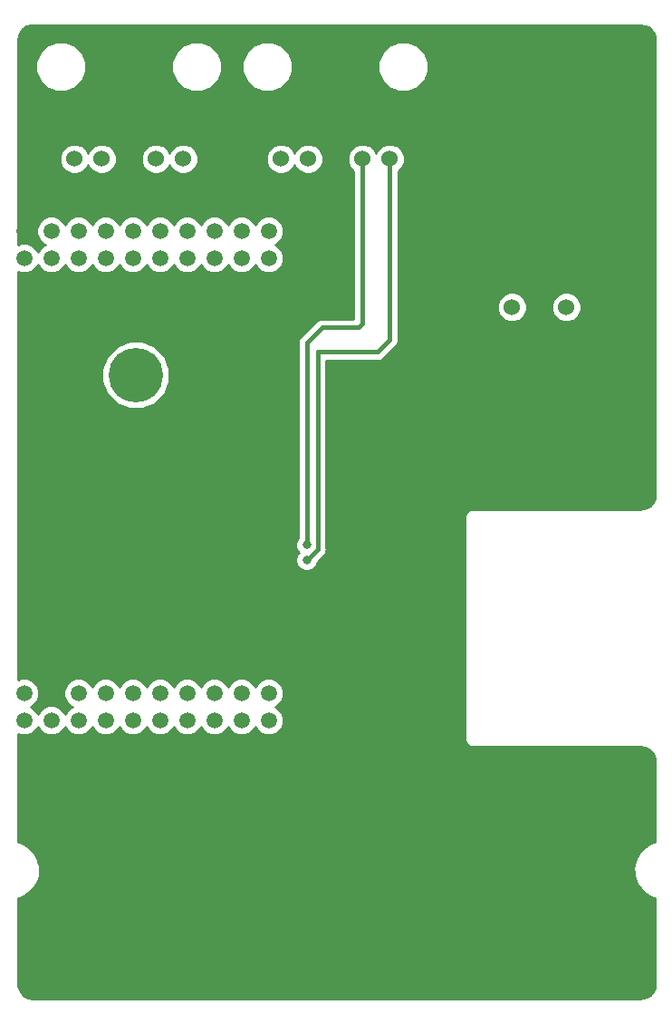
<source format=gbr>
G04 #@! TF.GenerationSoftware,KiCad,Pcbnew,(5.0.0)*
G04 #@! TF.CreationDate,2018-09-29T15:52:18-05:00*
G04 #@! TF.ProjectId,Driveboard_Hardware,4472697665626F6172645F4861726477,rev?*
G04 #@! TF.SameCoordinates,Original*
G04 #@! TF.FileFunction,Copper,L2,Bot,Signal*
G04 #@! TF.FilePolarity,Positive*
%FSLAX46Y46*%
G04 Gerber Fmt 4.6, Leading zero omitted, Abs format (unit mm)*
G04 Created by KiCad (PCBNEW (5.0.0)) date 09/29/18 15:52:18*
%MOMM*%
%LPD*%
G01*
G04 APERTURE LIST*
G04 #@! TA.AperFunction,ComponentPad*
%ADD10C,5.080000*%
G04 #@! TD*
G04 #@! TA.AperFunction,ComponentPad*
%ADD11C,1.524000*%
G04 #@! TD*
G04 #@! TA.AperFunction,ComponentPad*
%ADD12C,1.520000*%
G04 #@! TD*
G04 #@! TA.AperFunction,ViaPad*
%ADD13C,0.800000*%
G04 #@! TD*
G04 #@! TA.AperFunction,Conductor*
%ADD14C,0.381000*%
G04 #@! TD*
G04 #@! TA.AperFunction,Conductor*
%ADD15C,0.254000*%
G04 #@! TD*
G04 APERTURE END LIST*
D10*
G04 #@! TO.P,Conn1,1*
G04 #@! TO.N,GND*
X84353400Y-93727000D03*
G04 #@! TO.P,Conn1,2*
G04 #@! TO.N,/+12V*
X84353400Y-85726000D03*
G04 #@! TD*
D11*
G04 #@! TO.P,Conn2,1*
G04 #@! TO.N,Net-(Conn2-Pad1)*
X78613000Y-65532000D03*
G04 #@! TO.P,Conn2,2*
G04 #@! TO.N,Net-(Conn2-Pad2)*
X81153000Y-65532000D03*
G04 #@! TO.P,Conn2,3*
G04 #@! TO.N,GND*
X83693000Y-65532000D03*
G04 #@! TO.P,Conn2,4*
G04 #@! TO.N,TX_1_SL*
X86233000Y-65532000D03*
G04 #@! TO.P,Conn2,5*
G04 #@! TO.N,RX_1_SL*
X88773000Y-65532000D03*
G04 #@! TD*
G04 #@! TO.P,Conn3,5*
G04 #@! TO.N,RX_2_SL*
X108077000Y-65532000D03*
G04 #@! TO.P,Conn3,4*
G04 #@! TO.N,TX_2_SL*
X105537000Y-65532000D03*
G04 #@! TO.P,Conn3,3*
G04 #@! TO.N,GND*
X102997000Y-65532000D03*
G04 #@! TO.P,Conn3,2*
G04 #@! TO.N,Net-(Conn3-Pad2)*
X100457000Y-65532000D03*
G04 #@! TO.P,Conn3,1*
G04 #@! TO.N,Net-(Conn3-Pad1)*
X97917000Y-65532000D03*
G04 #@! TD*
D12*
G04 #@! TO.P,U1,+3V3*
G04 #@! TO.N,Net-(U1-Pad+3V3)*
X73914000Y-117983000D03*
G04 #@! TO.P,U1,PM6*
G04 #@! TO.N,Net-(U1-PadPM6)*
X96774000Y-72263000D03*
G04 #@! TO.P,U1,PQ1*
G04 #@! TO.N,Net-(U1-PadPQ1)*
X94234000Y-72263000D03*
G04 #@! TO.P,U1,PQ2*
G04 #@! TO.N,Net-(U1-PadPQ2)*
X86614000Y-72263000D03*
G04 #@! TO.P,U1,PK0*
G04 #@! TO.N,RX_2_IC*
X84074000Y-115443000D03*
G04 #@! TO.P,U1,PQ3*
G04 #@! TO.N,Net-(U1-PadPQ3)*
X89154000Y-72263000D03*
G04 #@! TO.P,U1,PP3*
G04 #@! TO.N,Net-(U1-PadPP3)*
X91694000Y-72263000D03*
G04 #@! TO.P,U1,PQ0*
G04 #@! TO.N,Net-(U1-PadPQ0)*
X89154000Y-117983000D03*
G04 #@! TO.P,U1,PA4*
G04 #@! TO.N,Net-(U1-PadPA4)*
X94234000Y-115443000D03*
G04 #@! TO.P,U1,Rese*
G04 #@! TO.N,Net-(U1-PadRese)*
X84074000Y-72263000D03*
G04 #@! TO.P,U1,PA7*
G04 #@! TO.N,Net-(U1-PadPA7)*
X81534000Y-72263000D03*
G04 #@! TO.P,U1,PN5*
G04 #@! TO.N,Net-(U1-PadPN5)*
X94234000Y-117983000D03*
G04 #@! TO.P,U1,PK2*
G04 #@! TO.N,Net-(U1-PadPK2)*
X89154000Y-115443000D03*
G04 #@! TO.P,U1,PK1*
G04 #@! TO.N,TX_2_IC*
X86614000Y-115443000D03*
G04 #@! TO.P,U1,+5V*
G04 #@! TO.N,+5V*
X73914000Y-115443000D03*
G04 #@! TO.P,U1,GND*
G04 #@! TO.N,GND*
X76454000Y-115443000D03*
G04 #@! TO.P,U1,PB4*
G04 #@! TO.N,Net-(U1-PadPB4)*
X78994000Y-115443000D03*
G04 #@! TO.P,U1,PB5*
G04 #@! TO.N,Net-(U1-PadPB5)*
X81534000Y-115443000D03*
G04 #@! TO.P,U1,PK3*
G04 #@! TO.N,Net-(U1-PadPK3)*
X91694000Y-115443000D03*
G04 #@! TO.P,U1,PA5*
G04 #@! TO.N,Net-(U1-PadPA5)*
X96774000Y-115443000D03*
G04 #@! TO.P,U1,PD2*
G04 #@! TO.N,Net-(U1-PadPD2)*
X76454000Y-117983000D03*
G04 #@! TO.P,U1,PP0*
G04 #@! TO.N,RX_1_IC*
X78994000Y-117983000D03*
G04 #@! TO.P,U1,PP1*
G04 #@! TO.N,TX_1_IC*
X81534000Y-117983000D03*
G04 #@! TO.P,U1,PD4*
G04 #@! TO.N,Net-(U1-PadPD4)*
X84074000Y-117983000D03*
G04 #@! TO.P,U1,PD5*
G04 #@! TO.N,Net-(U1-PadPD5)*
X86614000Y-117983000D03*
G04 #@! TO.P,U1,PP4*
G04 #@! TO.N,Net-(U1-PadPP4)*
X91694000Y-117983000D03*
G04 #@! TO.P,U1,PN4*
G04 #@! TO.N,Net-(U1-PadPN4)*
X96774000Y-117983000D03*
G04 #@! TO.P,U1,PG1*
G04 #@! TO.N,Net-(U1-PadPG1)*
X73914000Y-74803000D03*
G04 #@! TO.P,U1,PK4*
G04 #@! TO.N,Net-(U1-PadPK4)*
X76454000Y-74803000D03*
G04 #@! TO.P,U1,PK5*
G04 #@! TO.N,Net-(U1-PadPK5)*
X78994000Y-74803000D03*
G04 #@! TO.P,U1,PM0*
G04 #@! TO.N,Net-(U1-PadPM0)*
X81534000Y-74803000D03*
G04 #@! TO.P,U1,PM1*
G04 #@! TO.N,Net-(U1-PadPM1)*
X84074000Y-74803000D03*
G04 #@! TO.P,U1,PM2*
G04 #@! TO.N,Net-(U1-PadPM2)*
X86614000Y-74803000D03*
G04 #@! TO.P,U1,PH0*
G04 #@! TO.N,Net-(U1-PadPH0)*
X89154000Y-74803000D03*
G04 #@! TO.P,U1,PH1*
G04 #@! TO.N,Net-(U1-PadPH1)*
X91694000Y-74803000D03*
G04 #@! TO.P,U1,PK6*
G04 #@! TO.N,Net-(U1-PadPK6)*
X94234000Y-74803000D03*
G04 #@! TO.P,U1,PK7*
G04 #@! TO.N,Net-(U1-PadPK7)*
X96774000Y-74803000D03*
G04 #@! TO.P,U1,GND*
G04 #@! TO.N,GND*
X73914000Y-72263000D03*
G04 #@! TO.P,U1,PM7*
G04 #@! TO.N,Net-(U1-PadPM7)*
X76454000Y-72263000D03*
G04 #@! TO.P,U1,PP5*
G04 #@! TO.N,Net-(U1-PadPP5)*
X78994000Y-72263000D03*
G04 #@! TD*
D11*
G04 #@! TO.P,U3,1*
G04 #@! TO.N,/+12V*
X119507000Y-79375000D03*
G04 #@! TO.P,U3,2*
G04 #@! TO.N,GND*
X122047000Y-79375000D03*
G04 #@! TO.P,U3,3*
G04 #@! TO.N,+5V*
X124587000Y-79375000D03*
G04 #@! TD*
D13*
G04 #@! TO.N,GND*
X109670315Y-94742000D03*
X98806000Y-104140000D03*
X98806000Y-92075000D03*
G04 #@! TO.N,RX_2_SL*
X100330000Y-102997000D03*
G04 #@! TO.N,TX_2_SL*
X100330000Y-101600000D03*
G04 #@! TD*
D14*
G04 #@! TO.N,RX_2_SL*
X108077000Y-65532000D02*
X108077000Y-82423000D01*
X106934000Y-83566000D02*
X101346000Y-83566000D01*
X108077000Y-82423000D02*
X106934000Y-83566000D01*
X101346000Y-101981000D02*
X100330000Y-102997000D01*
X101346000Y-83566000D02*
X101346000Y-101981000D01*
G04 #@! TO.N,TX_2_SL*
X105537000Y-80899000D02*
X105156000Y-81280000D01*
X105537000Y-65532000D02*
X105537000Y-80899000D01*
X105156000Y-81280000D02*
X101759959Y-81280000D01*
X100330000Y-82709959D02*
X100330000Y-101600000D01*
X101759959Y-81280000D02*
X100330000Y-82709959D01*
G04 #@! TD*
D15*
G04 #@! TO.N,GND*
G36*
X131941009Y-53094090D02*
X132280352Y-53248381D01*
X132562752Y-53491712D01*
X132765506Y-53804523D01*
X132879348Y-54185184D01*
X132894000Y-54382350D01*
X132894001Y-96850412D01*
X132833910Y-97270009D01*
X132679619Y-97609352D01*
X132436288Y-97891752D01*
X132123479Y-98094506D01*
X131742815Y-98208348D01*
X131545649Y-98223000D01*
X115893925Y-98223000D01*
X115824000Y-98209091D01*
X115754074Y-98223000D01*
X115546972Y-98264195D01*
X115312119Y-98421119D01*
X115155195Y-98655972D01*
X115100091Y-98933000D01*
X115114000Y-99002926D01*
X115114001Y-114865070D01*
X115114000Y-114865075D01*
X115114001Y-119691069D01*
X115100091Y-119761000D01*
X115155195Y-120038028D01*
X115312119Y-120272881D01*
X115546972Y-120429805D01*
X115754074Y-120471000D01*
X115754075Y-120471000D01*
X115824000Y-120484909D01*
X115893926Y-120471000D01*
X131521419Y-120471000D01*
X131941009Y-120531090D01*
X132280352Y-120685381D01*
X132562752Y-120928712D01*
X132765506Y-121241523D01*
X132879348Y-121622184D01*
X132894000Y-121819350D01*
X132894001Y-129310281D01*
X132808491Y-129336423D01*
X132716033Y-129363460D01*
X132708159Y-129367098D01*
X132186644Y-129611948D01*
X132106075Y-129664872D01*
X132024927Y-129716768D01*
X132018390Y-129722470D01*
X131586558Y-130103851D01*
X131524096Y-130177244D01*
X131460760Y-130249847D01*
X131456087Y-130257154D01*
X131148654Y-130744407D01*
X131109298Y-130832387D01*
X131068889Y-130919840D01*
X131066457Y-130928160D01*
X131066454Y-130928166D01*
X131066453Y-130928173D01*
X130908134Y-131482118D01*
X130895056Y-131577586D01*
X130880813Y-131672890D01*
X130880813Y-131681564D01*
X130884333Y-132257687D01*
X130898588Y-132353068D01*
X130911654Y-132448455D01*
X130914088Y-132456781D01*
X131079164Y-133008758D01*
X131119591Y-133096250D01*
X131158930Y-133184194D01*
X131163603Y-133191501D01*
X131476966Y-133674961D01*
X131540328Y-133747594D01*
X131602763Y-133820955D01*
X131609296Y-133826654D01*
X131609300Y-133826658D01*
X131609305Y-133826661D01*
X132045759Y-134202734D01*
X132126942Y-134254653D01*
X132207475Y-134307554D01*
X132215346Y-134311190D01*
X132215349Y-134311192D01*
X132215352Y-134311193D01*
X132739817Y-134549653D01*
X132832309Y-134576700D01*
X132894000Y-134595561D01*
X132894001Y-142570412D01*
X132833910Y-142990009D01*
X132679619Y-143329352D01*
X132436288Y-143611752D01*
X132123479Y-143814506D01*
X131742815Y-143928348D01*
X131545649Y-143943000D01*
X74726581Y-143943000D01*
X74306991Y-143882910D01*
X73967648Y-143728619D01*
X73685248Y-143485288D01*
X73482494Y-143172479D01*
X73368652Y-142791815D01*
X73354000Y-142594649D01*
X73354000Y-134595719D01*
X73439509Y-134569577D01*
X73531967Y-134542540D01*
X73539841Y-134538902D01*
X74061356Y-134294052D01*
X74141925Y-134241128D01*
X74223073Y-134189232D01*
X74229610Y-134183530D01*
X74661442Y-133802149D01*
X74723887Y-133728776D01*
X74787240Y-133656153D01*
X74791913Y-133648846D01*
X75099346Y-133161593D01*
X75138687Y-133073645D01*
X75179111Y-132986160D01*
X75181545Y-132977835D01*
X75339866Y-132423882D01*
X75352943Y-132328421D01*
X75367187Y-132233111D01*
X75367187Y-132224436D01*
X75363667Y-131648313D01*
X75349414Y-131552943D01*
X75336346Y-131457544D01*
X75333912Y-131449219D01*
X75168836Y-130897241D01*
X75128418Y-130809769D01*
X75089071Y-130721806D01*
X75084397Y-130714499D01*
X74771034Y-130231040D01*
X74707707Y-130158447D01*
X74645237Y-130085045D01*
X74638700Y-130079343D01*
X74202241Y-129703266D01*
X74121058Y-129651347D01*
X74040525Y-129598446D01*
X74032654Y-129594810D01*
X74032651Y-129594808D01*
X74032648Y-129594807D01*
X73508183Y-129356347D01*
X73415691Y-129329300D01*
X73354000Y-129310439D01*
X73354000Y-119260978D01*
X73636517Y-119378000D01*
X74191483Y-119378000D01*
X74704204Y-119165624D01*
X75096624Y-118773204D01*
X75184000Y-118562260D01*
X75271376Y-118773204D01*
X75663796Y-119165624D01*
X76176517Y-119378000D01*
X76731483Y-119378000D01*
X77244204Y-119165624D01*
X77636624Y-118773204D01*
X77724000Y-118562260D01*
X77811376Y-118773204D01*
X78203796Y-119165624D01*
X78716517Y-119378000D01*
X79271483Y-119378000D01*
X79784204Y-119165624D01*
X80176624Y-118773204D01*
X80264000Y-118562260D01*
X80351376Y-118773204D01*
X80743796Y-119165624D01*
X81256517Y-119378000D01*
X81811483Y-119378000D01*
X82324204Y-119165624D01*
X82716624Y-118773204D01*
X82804000Y-118562260D01*
X82891376Y-118773204D01*
X83283796Y-119165624D01*
X83796517Y-119378000D01*
X84351483Y-119378000D01*
X84864204Y-119165624D01*
X85256624Y-118773204D01*
X85344000Y-118562260D01*
X85431376Y-118773204D01*
X85823796Y-119165624D01*
X86336517Y-119378000D01*
X86891483Y-119378000D01*
X87404204Y-119165624D01*
X87796624Y-118773204D01*
X87884000Y-118562260D01*
X87971376Y-118773204D01*
X88363796Y-119165624D01*
X88876517Y-119378000D01*
X89431483Y-119378000D01*
X89944204Y-119165624D01*
X90336624Y-118773204D01*
X90424000Y-118562260D01*
X90511376Y-118773204D01*
X90903796Y-119165624D01*
X91416517Y-119378000D01*
X91971483Y-119378000D01*
X92484204Y-119165624D01*
X92876624Y-118773204D01*
X92964000Y-118562260D01*
X93051376Y-118773204D01*
X93443796Y-119165624D01*
X93956517Y-119378000D01*
X94511483Y-119378000D01*
X95024204Y-119165624D01*
X95416624Y-118773204D01*
X95504000Y-118562260D01*
X95591376Y-118773204D01*
X95983796Y-119165624D01*
X96496517Y-119378000D01*
X97051483Y-119378000D01*
X97564204Y-119165624D01*
X97956624Y-118773204D01*
X98169000Y-118260483D01*
X98169000Y-117705517D01*
X97956624Y-117192796D01*
X97564204Y-116800376D01*
X97353260Y-116713000D01*
X97564204Y-116625624D01*
X97956624Y-116233204D01*
X98169000Y-115720483D01*
X98169000Y-115165517D01*
X97956624Y-114652796D01*
X97564204Y-114260376D01*
X97051483Y-114048000D01*
X96496517Y-114048000D01*
X95983796Y-114260376D01*
X95591376Y-114652796D01*
X95504000Y-114863740D01*
X95416624Y-114652796D01*
X95024204Y-114260376D01*
X94511483Y-114048000D01*
X93956517Y-114048000D01*
X93443796Y-114260376D01*
X93051376Y-114652796D01*
X92964000Y-114863740D01*
X92876624Y-114652796D01*
X92484204Y-114260376D01*
X91971483Y-114048000D01*
X91416517Y-114048000D01*
X90903796Y-114260376D01*
X90511376Y-114652796D01*
X90424000Y-114863740D01*
X90336624Y-114652796D01*
X89944204Y-114260376D01*
X89431483Y-114048000D01*
X88876517Y-114048000D01*
X88363796Y-114260376D01*
X87971376Y-114652796D01*
X87884000Y-114863740D01*
X87796624Y-114652796D01*
X87404204Y-114260376D01*
X86891483Y-114048000D01*
X86336517Y-114048000D01*
X85823796Y-114260376D01*
X85431376Y-114652796D01*
X85344000Y-114863740D01*
X85256624Y-114652796D01*
X84864204Y-114260376D01*
X84351483Y-114048000D01*
X83796517Y-114048000D01*
X83283796Y-114260376D01*
X82891376Y-114652796D01*
X82804000Y-114863740D01*
X82716624Y-114652796D01*
X82324204Y-114260376D01*
X81811483Y-114048000D01*
X81256517Y-114048000D01*
X80743796Y-114260376D01*
X80351376Y-114652796D01*
X80264000Y-114863740D01*
X80176624Y-114652796D01*
X79784204Y-114260376D01*
X79271483Y-114048000D01*
X78716517Y-114048000D01*
X78203796Y-114260376D01*
X77811376Y-114652796D01*
X77599000Y-115165517D01*
X77599000Y-115720483D01*
X77811376Y-116233204D01*
X78203796Y-116625624D01*
X78414740Y-116713000D01*
X78203796Y-116800376D01*
X77811376Y-117192796D01*
X77724000Y-117403740D01*
X77636624Y-117192796D01*
X77244204Y-116800376D01*
X76731483Y-116588000D01*
X76176517Y-116588000D01*
X75663796Y-116800376D01*
X75271376Y-117192796D01*
X75184000Y-117403740D01*
X75096624Y-117192796D01*
X74704204Y-116800376D01*
X74493260Y-116713000D01*
X74704204Y-116625624D01*
X75096624Y-116233204D01*
X75309000Y-115720483D01*
X75309000Y-115165517D01*
X75096624Y-114652796D01*
X74704204Y-114260376D01*
X74191483Y-114048000D01*
X73636517Y-114048000D01*
X73354000Y-114165022D01*
X73354000Y-101394126D01*
X99295000Y-101394126D01*
X99295000Y-101805874D01*
X99452569Y-102186280D01*
X99564789Y-102298500D01*
X99452569Y-102410720D01*
X99295000Y-102791126D01*
X99295000Y-103202874D01*
X99452569Y-103583280D01*
X99743720Y-103874431D01*
X100124126Y-104032000D01*
X100535874Y-104032000D01*
X100916280Y-103874431D01*
X101207431Y-103583280D01*
X101365000Y-103202874D01*
X101365000Y-103129432D01*
X101872226Y-102622207D01*
X101941152Y-102576152D01*
X102123604Y-102303094D01*
X102171500Y-102062303D01*
X102171500Y-102062302D01*
X102187672Y-101981000D01*
X102171500Y-101899699D01*
X102171500Y-84391500D01*
X106852699Y-84391500D01*
X106934000Y-84407672D01*
X107015301Y-84391500D01*
X107015303Y-84391500D01*
X107256094Y-84343604D01*
X107529152Y-84161152D01*
X107575209Y-84092223D01*
X108603226Y-83064207D01*
X108672152Y-83018152D01*
X108854604Y-82745094D01*
X108902500Y-82504303D01*
X108902500Y-82504299D01*
X108918671Y-82423001D01*
X108902500Y-82341703D01*
X108902500Y-79097119D01*
X118110000Y-79097119D01*
X118110000Y-79652881D01*
X118322680Y-80166337D01*
X118715663Y-80559320D01*
X119229119Y-80772000D01*
X119784881Y-80772000D01*
X120298337Y-80559320D01*
X120691320Y-80166337D01*
X120904000Y-79652881D01*
X120904000Y-79097119D01*
X123190000Y-79097119D01*
X123190000Y-79652881D01*
X123402680Y-80166337D01*
X123795663Y-80559320D01*
X124309119Y-80772000D01*
X124864881Y-80772000D01*
X125378337Y-80559320D01*
X125771320Y-80166337D01*
X125984000Y-79652881D01*
X125984000Y-79097119D01*
X125771320Y-78583663D01*
X125378337Y-78190680D01*
X124864881Y-77978000D01*
X124309119Y-77978000D01*
X123795663Y-78190680D01*
X123402680Y-78583663D01*
X123190000Y-79097119D01*
X120904000Y-79097119D01*
X120691320Y-78583663D01*
X120298337Y-78190680D01*
X119784881Y-77978000D01*
X119229119Y-77978000D01*
X118715663Y-78190680D01*
X118322680Y-78583663D01*
X118110000Y-79097119D01*
X108902500Y-79097119D01*
X108902500Y-66682157D01*
X109261320Y-66323337D01*
X109474000Y-65809881D01*
X109474000Y-65254119D01*
X109261320Y-64740663D01*
X108868337Y-64347680D01*
X108354881Y-64135000D01*
X107799119Y-64135000D01*
X107285663Y-64347680D01*
X106892680Y-64740663D01*
X106807000Y-64947513D01*
X106721320Y-64740663D01*
X106328337Y-64347680D01*
X105814881Y-64135000D01*
X105259119Y-64135000D01*
X104745663Y-64347680D01*
X104352680Y-64740663D01*
X104140000Y-65254119D01*
X104140000Y-65809881D01*
X104352680Y-66323337D01*
X104711500Y-66682157D01*
X104711501Y-80454500D01*
X101841256Y-80454500D01*
X101759958Y-80438329D01*
X101678660Y-80454500D01*
X101678656Y-80454500D01*
X101437865Y-80502396D01*
X101336290Y-80570267D01*
X101233731Y-80638794D01*
X101233730Y-80638795D01*
X101164807Y-80684848D01*
X101118754Y-80753771D01*
X99803777Y-82068750D01*
X99734848Y-82114807D01*
X99552396Y-82387866D01*
X99519947Y-82551000D01*
X99488328Y-82709959D01*
X99504500Y-82791261D01*
X99504501Y-100961788D01*
X99452569Y-101013720D01*
X99295000Y-101394126D01*
X73354000Y-101394126D01*
X73354000Y-85094453D01*
X81178400Y-85094453D01*
X81178400Y-86357547D01*
X81661765Y-87524493D01*
X82554907Y-88417635D01*
X83721853Y-88901000D01*
X84984947Y-88901000D01*
X86151893Y-88417635D01*
X87045035Y-87524493D01*
X87528400Y-86357547D01*
X87528400Y-85094453D01*
X87045035Y-83927507D01*
X86151893Y-83034365D01*
X84984947Y-82551000D01*
X83721853Y-82551000D01*
X82554907Y-83034365D01*
X81661765Y-83927507D01*
X81178400Y-85094453D01*
X73354000Y-85094453D01*
X73354000Y-76080978D01*
X73636517Y-76198000D01*
X74191483Y-76198000D01*
X74704204Y-75985624D01*
X75096624Y-75593204D01*
X75184000Y-75382260D01*
X75271376Y-75593204D01*
X75663796Y-75985624D01*
X76176517Y-76198000D01*
X76731483Y-76198000D01*
X77244204Y-75985624D01*
X77636624Y-75593204D01*
X77724000Y-75382260D01*
X77811376Y-75593204D01*
X78203796Y-75985624D01*
X78716517Y-76198000D01*
X79271483Y-76198000D01*
X79784204Y-75985624D01*
X80176624Y-75593204D01*
X80264000Y-75382260D01*
X80351376Y-75593204D01*
X80743796Y-75985624D01*
X81256517Y-76198000D01*
X81811483Y-76198000D01*
X82324204Y-75985624D01*
X82716624Y-75593204D01*
X82804000Y-75382260D01*
X82891376Y-75593204D01*
X83283796Y-75985624D01*
X83796517Y-76198000D01*
X84351483Y-76198000D01*
X84864204Y-75985624D01*
X85256624Y-75593204D01*
X85344000Y-75382260D01*
X85431376Y-75593204D01*
X85823796Y-75985624D01*
X86336517Y-76198000D01*
X86891483Y-76198000D01*
X87404204Y-75985624D01*
X87796624Y-75593204D01*
X87884000Y-75382260D01*
X87971376Y-75593204D01*
X88363796Y-75985624D01*
X88876517Y-76198000D01*
X89431483Y-76198000D01*
X89944204Y-75985624D01*
X90336624Y-75593204D01*
X90424000Y-75382260D01*
X90511376Y-75593204D01*
X90903796Y-75985624D01*
X91416517Y-76198000D01*
X91971483Y-76198000D01*
X92484204Y-75985624D01*
X92876624Y-75593204D01*
X92964000Y-75382260D01*
X93051376Y-75593204D01*
X93443796Y-75985624D01*
X93956517Y-76198000D01*
X94511483Y-76198000D01*
X95024204Y-75985624D01*
X95416624Y-75593204D01*
X95504000Y-75382260D01*
X95591376Y-75593204D01*
X95983796Y-75985624D01*
X96496517Y-76198000D01*
X97051483Y-76198000D01*
X97564204Y-75985624D01*
X97956624Y-75593204D01*
X98169000Y-75080483D01*
X98169000Y-74525517D01*
X97956624Y-74012796D01*
X97564204Y-73620376D01*
X97353260Y-73533000D01*
X97564204Y-73445624D01*
X97956624Y-73053204D01*
X98169000Y-72540483D01*
X98169000Y-71985517D01*
X97956624Y-71472796D01*
X97564204Y-71080376D01*
X97051483Y-70868000D01*
X96496517Y-70868000D01*
X95983796Y-71080376D01*
X95591376Y-71472796D01*
X95504000Y-71683740D01*
X95416624Y-71472796D01*
X95024204Y-71080376D01*
X94511483Y-70868000D01*
X93956517Y-70868000D01*
X93443796Y-71080376D01*
X93051376Y-71472796D01*
X92964000Y-71683740D01*
X92876624Y-71472796D01*
X92484204Y-71080376D01*
X91971483Y-70868000D01*
X91416517Y-70868000D01*
X90903796Y-71080376D01*
X90511376Y-71472796D01*
X90424000Y-71683740D01*
X90336624Y-71472796D01*
X89944204Y-71080376D01*
X89431483Y-70868000D01*
X88876517Y-70868000D01*
X88363796Y-71080376D01*
X87971376Y-71472796D01*
X87884000Y-71683740D01*
X87796624Y-71472796D01*
X87404204Y-71080376D01*
X86891483Y-70868000D01*
X86336517Y-70868000D01*
X85823796Y-71080376D01*
X85431376Y-71472796D01*
X85344000Y-71683740D01*
X85256624Y-71472796D01*
X84864204Y-71080376D01*
X84351483Y-70868000D01*
X83796517Y-70868000D01*
X83283796Y-71080376D01*
X82891376Y-71472796D01*
X82804000Y-71683740D01*
X82716624Y-71472796D01*
X82324204Y-71080376D01*
X81811483Y-70868000D01*
X81256517Y-70868000D01*
X80743796Y-71080376D01*
X80351376Y-71472796D01*
X80264000Y-71683740D01*
X80176624Y-71472796D01*
X79784204Y-71080376D01*
X79271483Y-70868000D01*
X78716517Y-70868000D01*
X78203796Y-71080376D01*
X77811376Y-71472796D01*
X77724000Y-71683740D01*
X77636624Y-71472796D01*
X77244204Y-71080376D01*
X76731483Y-70868000D01*
X76176517Y-70868000D01*
X75663796Y-71080376D01*
X75271376Y-71472796D01*
X75059000Y-71985517D01*
X75059000Y-72540483D01*
X75271376Y-73053204D01*
X75663796Y-73445624D01*
X75874740Y-73533000D01*
X75663796Y-73620376D01*
X75271376Y-74012796D01*
X75184000Y-74223740D01*
X75096624Y-74012796D01*
X74704204Y-73620376D01*
X74191483Y-73408000D01*
X73636517Y-73408000D01*
X73354000Y-73525022D01*
X73354000Y-65254119D01*
X77216000Y-65254119D01*
X77216000Y-65809881D01*
X77428680Y-66323337D01*
X77821663Y-66716320D01*
X78335119Y-66929000D01*
X78890881Y-66929000D01*
X79404337Y-66716320D01*
X79797320Y-66323337D01*
X79883000Y-66116487D01*
X79968680Y-66323337D01*
X80361663Y-66716320D01*
X80875119Y-66929000D01*
X81430881Y-66929000D01*
X81944337Y-66716320D01*
X82337320Y-66323337D01*
X82550000Y-65809881D01*
X82550000Y-65254119D01*
X84836000Y-65254119D01*
X84836000Y-65809881D01*
X85048680Y-66323337D01*
X85441663Y-66716320D01*
X85955119Y-66929000D01*
X86510881Y-66929000D01*
X87024337Y-66716320D01*
X87417320Y-66323337D01*
X87503000Y-66116487D01*
X87588680Y-66323337D01*
X87981663Y-66716320D01*
X88495119Y-66929000D01*
X89050881Y-66929000D01*
X89564337Y-66716320D01*
X89957320Y-66323337D01*
X90170000Y-65809881D01*
X90170000Y-65254119D01*
X96520000Y-65254119D01*
X96520000Y-65809881D01*
X96732680Y-66323337D01*
X97125663Y-66716320D01*
X97639119Y-66929000D01*
X98194881Y-66929000D01*
X98708337Y-66716320D01*
X99101320Y-66323337D01*
X99187000Y-66116487D01*
X99272680Y-66323337D01*
X99665663Y-66716320D01*
X100179119Y-66929000D01*
X100734881Y-66929000D01*
X101248337Y-66716320D01*
X101641320Y-66323337D01*
X101854000Y-65809881D01*
X101854000Y-65254119D01*
X101641320Y-64740663D01*
X101248337Y-64347680D01*
X100734881Y-64135000D01*
X100179119Y-64135000D01*
X99665663Y-64347680D01*
X99272680Y-64740663D01*
X99187000Y-64947513D01*
X99101320Y-64740663D01*
X98708337Y-64347680D01*
X98194881Y-64135000D01*
X97639119Y-64135000D01*
X97125663Y-64347680D01*
X96732680Y-64740663D01*
X96520000Y-65254119D01*
X90170000Y-65254119D01*
X89957320Y-64740663D01*
X89564337Y-64347680D01*
X89050881Y-64135000D01*
X88495119Y-64135000D01*
X87981663Y-64347680D01*
X87588680Y-64740663D01*
X87503000Y-64947513D01*
X87417320Y-64740663D01*
X87024337Y-64347680D01*
X86510881Y-64135000D01*
X85955119Y-64135000D01*
X85441663Y-64347680D01*
X85048680Y-64740663D01*
X84836000Y-65254119D01*
X82550000Y-65254119D01*
X82337320Y-64740663D01*
X81944337Y-64347680D01*
X81430881Y-64135000D01*
X80875119Y-64135000D01*
X80361663Y-64347680D01*
X79968680Y-64740663D01*
X79883000Y-64947513D01*
X79797320Y-64740663D01*
X79404337Y-64347680D01*
X78890881Y-64135000D01*
X78335119Y-64135000D01*
X77821663Y-64347680D01*
X77428680Y-64740663D01*
X77216000Y-65254119D01*
X73354000Y-65254119D01*
X73354000Y-56426567D01*
X74983000Y-56426567D01*
X74983000Y-57365433D01*
X75342289Y-58232833D01*
X76006167Y-58896711D01*
X76873567Y-59256000D01*
X77812433Y-59256000D01*
X78679833Y-58896711D01*
X79343711Y-58232833D01*
X79703000Y-57365433D01*
X79703000Y-56426567D01*
X87683000Y-56426567D01*
X87683000Y-57365433D01*
X88042289Y-58232833D01*
X88706167Y-58896711D01*
X89573567Y-59256000D01*
X90512433Y-59256000D01*
X91379833Y-58896711D01*
X92043711Y-58232833D01*
X92403000Y-57365433D01*
X92403000Y-56426567D01*
X94287000Y-56426567D01*
X94287000Y-57365433D01*
X94646289Y-58232833D01*
X95310167Y-58896711D01*
X96177567Y-59256000D01*
X97116433Y-59256000D01*
X97983833Y-58896711D01*
X98647711Y-58232833D01*
X99007000Y-57365433D01*
X99007000Y-56426567D01*
X106987000Y-56426567D01*
X106987000Y-57365433D01*
X107346289Y-58232833D01*
X108010167Y-58896711D01*
X108877567Y-59256000D01*
X109816433Y-59256000D01*
X110683833Y-58896711D01*
X111347711Y-58232833D01*
X111707000Y-57365433D01*
X111707000Y-56426567D01*
X111347711Y-55559167D01*
X110683833Y-54895289D01*
X109816433Y-54536000D01*
X108877567Y-54536000D01*
X108010167Y-54895289D01*
X107346289Y-55559167D01*
X106987000Y-56426567D01*
X99007000Y-56426567D01*
X98647711Y-55559167D01*
X97983833Y-54895289D01*
X97116433Y-54536000D01*
X96177567Y-54536000D01*
X95310167Y-54895289D01*
X94646289Y-55559167D01*
X94287000Y-56426567D01*
X92403000Y-56426567D01*
X92043711Y-55559167D01*
X91379833Y-54895289D01*
X90512433Y-54536000D01*
X89573567Y-54536000D01*
X88706167Y-54895289D01*
X88042289Y-55559167D01*
X87683000Y-56426567D01*
X79703000Y-56426567D01*
X79343711Y-55559167D01*
X78679833Y-54895289D01*
X77812433Y-54536000D01*
X76873567Y-54536000D01*
X76006167Y-54895289D01*
X75342289Y-55559167D01*
X74983000Y-56426567D01*
X73354000Y-56426567D01*
X73354000Y-54406581D01*
X73414090Y-53986991D01*
X73568381Y-53647648D01*
X73811712Y-53365248D01*
X74124523Y-53162494D01*
X74505184Y-53048652D01*
X74702350Y-53034000D01*
X131521419Y-53034000D01*
X131941009Y-53094090D01*
X131941009Y-53094090D01*
G37*
X131941009Y-53094090D02*
X132280352Y-53248381D01*
X132562752Y-53491712D01*
X132765506Y-53804523D01*
X132879348Y-54185184D01*
X132894000Y-54382350D01*
X132894001Y-96850412D01*
X132833910Y-97270009D01*
X132679619Y-97609352D01*
X132436288Y-97891752D01*
X132123479Y-98094506D01*
X131742815Y-98208348D01*
X131545649Y-98223000D01*
X115893925Y-98223000D01*
X115824000Y-98209091D01*
X115754074Y-98223000D01*
X115546972Y-98264195D01*
X115312119Y-98421119D01*
X115155195Y-98655972D01*
X115100091Y-98933000D01*
X115114000Y-99002926D01*
X115114001Y-114865070D01*
X115114000Y-114865075D01*
X115114001Y-119691069D01*
X115100091Y-119761000D01*
X115155195Y-120038028D01*
X115312119Y-120272881D01*
X115546972Y-120429805D01*
X115754074Y-120471000D01*
X115754075Y-120471000D01*
X115824000Y-120484909D01*
X115893926Y-120471000D01*
X131521419Y-120471000D01*
X131941009Y-120531090D01*
X132280352Y-120685381D01*
X132562752Y-120928712D01*
X132765506Y-121241523D01*
X132879348Y-121622184D01*
X132894000Y-121819350D01*
X132894001Y-129310281D01*
X132808491Y-129336423D01*
X132716033Y-129363460D01*
X132708159Y-129367098D01*
X132186644Y-129611948D01*
X132106075Y-129664872D01*
X132024927Y-129716768D01*
X132018390Y-129722470D01*
X131586558Y-130103851D01*
X131524096Y-130177244D01*
X131460760Y-130249847D01*
X131456087Y-130257154D01*
X131148654Y-130744407D01*
X131109298Y-130832387D01*
X131068889Y-130919840D01*
X131066457Y-130928160D01*
X131066454Y-130928166D01*
X131066453Y-130928173D01*
X130908134Y-131482118D01*
X130895056Y-131577586D01*
X130880813Y-131672890D01*
X130880813Y-131681564D01*
X130884333Y-132257687D01*
X130898588Y-132353068D01*
X130911654Y-132448455D01*
X130914088Y-132456781D01*
X131079164Y-133008758D01*
X131119591Y-133096250D01*
X131158930Y-133184194D01*
X131163603Y-133191501D01*
X131476966Y-133674961D01*
X131540328Y-133747594D01*
X131602763Y-133820955D01*
X131609296Y-133826654D01*
X131609300Y-133826658D01*
X131609305Y-133826661D01*
X132045759Y-134202734D01*
X132126942Y-134254653D01*
X132207475Y-134307554D01*
X132215346Y-134311190D01*
X132215349Y-134311192D01*
X132215352Y-134311193D01*
X132739817Y-134549653D01*
X132832309Y-134576700D01*
X132894000Y-134595561D01*
X132894001Y-142570412D01*
X132833910Y-142990009D01*
X132679619Y-143329352D01*
X132436288Y-143611752D01*
X132123479Y-143814506D01*
X131742815Y-143928348D01*
X131545649Y-143943000D01*
X74726581Y-143943000D01*
X74306991Y-143882910D01*
X73967648Y-143728619D01*
X73685248Y-143485288D01*
X73482494Y-143172479D01*
X73368652Y-142791815D01*
X73354000Y-142594649D01*
X73354000Y-134595719D01*
X73439509Y-134569577D01*
X73531967Y-134542540D01*
X73539841Y-134538902D01*
X74061356Y-134294052D01*
X74141925Y-134241128D01*
X74223073Y-134189232D01*
X74229610Y-134183530D01*
X74661442Y-133802149D01*
X74723887Y-133728776D01*
X74787240Y-133656153D01*
X74791913Y-133648846D01*
X75099346Y-133161593D01*
X75138687Y-133073645D01*
X75179111Y-132986160D01*
X75181545Y-132977835D01*
X75339866Y-132423882D01*
X75352943Y-132328421D01*
X75367187Y-132233111D01*
X75367187Y-132224436D01*
X75363667Y-131648313D01*
X75349414Y-131552943D01*
X75336346Y-131457544D01*
X75333912Y-131449219D01*
X75168836Y-130897241D01*
X75128418Y-130809769D01*
X75089071Y-130721806D01*
X75084397Y-130714499D01*
X74771034Y-130231040D01*
X74707707Y-130158447D01*
X74645237Y-130085045D01*
X74638700Y-130079343D01*
X74202241Y-129703266D01*
X74121058Y-129651347D01*
X74040525Y-129598446D01*
X74032654Y-129594810D01*
X74032651Y-129594808D01*
X74032648Y-129594807D01*
X73508183Y-129356347D01*
X73415691Y-129329300D01*
X73354000Y-129310439D01*
X73354000Y-119260978D01*
X73636517Y-119378000D01*
X74191483Y-119378000D01*
X74704204Y-119165624D01*
X75096624Y-118773204D01*
X75184000Y-118562260D01*
X75271376Y-118773204D01*
X75663796Y-119165624D01*
X76176517Y-119378000D01*
X76731483Y-119378000D01*
X77244204Y-119165624D01*
X77636624Y-118773204D01*
X77724000Y-118562260D01*
X77811376Y-118773204D01*
X78203796Y-119165624D01*
X78716517Y-119378000D01*
X79271483Y-119378000D01*
X79784204Y-119165624D01*
X80176624Y-118773204D01*
X80264000Y-118562260D01*
X80351376Y-118773204D01*
X80743796Y-119165624D01*
X81256517Y-119378000D01*
X81811483Y-119378000D01*
X82324204Y-119165624D01*
X82716624Y-118773204D01*
X82804000Y-118562260D01*
X82891376Y-118773204D01*
X83283796Y-119165624D01*
X83796517Y-119378000D01*
X84351483Y-119378000D01*
X84864204Y-119165624D01*
X85256624Y-118773204D01*
X85344000Y-118562260D01*
X85431376Y-118773204D01*
X85823796Y-119165624D01*
X86336517Y-119378000D01*
X86891483Y-119378000D01*
X87404204Y-119165624D01*
X87796624Y-118773204D01*
X87884000Y-118562260D01*
X87971376Y-118773204D01*
X88363796Y-119165624D01*
X88876517Y-119378000D01*
X89431483Y-119378000D01*
X89944204Y-119165624D01*
X90336624Y-118773204D01*
X90424000Y-118562260D01*
X90511376Y-118773204D01*
X90903796Y-119165624D01*
X91416517Y-119378000D01*
X91971483Y-119378000D01*
X92484204Y-119165624D01*
X92876624Y-118773204D01*
X92964000Y-118562260D01*
X93051376Y-118773204D01*
X93443796Y-119165624D01*
X93956517Y-119378000D01*
X94511483Y-119378000D01*
X95024204Y-119165624D01*
X95416624Y-118773204D01*
X95504000Y-118562260D01*
X95591376Y-118773204D01*
X95983796Y-119165624D01*
X96496517Y-119378000D01*
X97051483Y-119378000D01*
X97564204Y-119165624D01*
X97956624Y-118773204D01*
X98169000Y-118260483D01*
X98169000Y-117705517D01*
X97956624Y-117192796D01*
X97564204Y-116800376D01*
X97353260Y-116713000D01*
X97564204Y-116625624D01*
X97956624Y-116233204D01*
X98169000Y-115720483D01*
X98169000Y-115165517D01*
X97956624Y-114652796D01*
X97564204Y-114260376D01*
X97051483Y-114048000D01*
X96496517Y-114048000D01*
X95983796Y-114260376D01*
X95591376Y-114652796D01*
X95504000Y-114863740D01*
X95416624Y-114652796D01*
X95024204Y-114260376D01*
X94511483Y-114048000D01*
X93956517Y-114048000D01*
X93443796Y-114260376D01*
X93051376Y-114652796D01*
X92964000Y-114863740D01*
X92876624Y-114652796D01*
X92484204Y-114260376D01*
X91971483Y-114048000D01*
X91416517Y-114048000D01*
X90903796Y-114260376D01*
X90511376Y-114652796D01*
X90424000Y-114863740D01*
X90336624Y-114652796D01*
X89944204Y-114260376D01*
X89431483Y-114048000D01*
X88876517Y-114048000D01*
X88363796Y-114260376D01*
X87971376Y-114652796D01*
X87884000Y-114863740D01*
X87796624Y-114652796D01*
X87404204Y-114260376D01*
X86891483Y-114048000D01*
X86336517Y-114048000D01*
X85823796Y-114260376D01*
X85431376Y-114652796D01*
X85344000Y-114863740D01*
X85256624Y-114652796D01*
X84864204Y-114260376D01*
X84351483Y-114048000D01*
X83796517Y-114048000D01*
X83283796Y-114260376D01*
X82891376Y-114652796D01*
X82804000Y-114863740D01*
X82716624Y-114652796D01*
X82324204Y-114260376D01*
X81811483Y-114048000D01*
X81256517Y-114048000D01*
X80743796Y-114260376D01*
X80351376Y-114652796D01*
X80264000Y-114863740D01*
X80176624Y-114652796D01*
X79784204Y-114260376D01*
X79271483Y-114048000D01*
X78716517Y-114048000D01*
X78203796Y-114260376D01*
X77811376Y-114652796D01*
X77599000Y-115165517D01*
X77599000Y-115720483D01*
X77811376Y-116233204D01*
X78203796Y-116625624D01*
X78414740Y-116713000D01*
X78203796Y-116800376D01*
X77811376Y-117192796D01*
X77724000Y-117403740D01*
X77636624Y-117192796D01*
X77244204Y-116800376D01*
X76731483Y-116588000D01*
X76176517Y-116588000D01*
X75663796Y-116800376D01*
X75271376Y-117192796D01*
X75184000Y-117403740D01*
X75096624Y-117192796D01*
X74704204Y-116800376D01*
X74493260Y-116713000D01*
X74704204Y-116625624D01*
X75096624Y-116233204D01*
X75309000Y-115720483D01*
X75309000Y-115165517D01*
X75096624Y-114652796D01*
X74704204Y-114260376D01*
X74191483Y-114048000D01*
X73636517Y-114048000D01*
X73354000Y-114165022D01*
X73354000Y-101394126D01*
X99295000Y-101394126D01*
X99295000Y-101805874D01*
X99452569Y-102186280D01*
X99564789Y-102298500D01*
X99452569Y-102410720D01*
X99295000Y-102791126D01*
X99295000Y-103202874D01*
X99452569Y-103583280D01*
X99743720Y-103874431D01*
X100124126Y-104032000D01*
X100535874Y-104032000D01*
X100916280Y-103874431D01*
X101207431Y-103583280D01*
X101365000Y-103202874D01*
X101365000Y-103129432D01*
X101872226Y-102622207D01*
X101941152Y-102576152D01*
X102123604Y-102303094D01*
X102171500Y-102062303D01*
X102171500Y-102062302D01*
X102187672Y-101981000D01*
X102171500Y-101899699D01*
X102171500Y-84391500D01*
X106852699Y-84391500D01*
X106934000Y-84407672D01*
X107015301Y-84391500D01*
X107015303Y-84391500D01*
X107256094Y-84343604D01*
X107529152Y-84161152D01*
X107575209Y-84092223D01*
X108603226Y-83064207D01*
X108672152Y-83018152D01*
X108854604Y-82745094D01*
X108902500Y-82504303D01*
X108902500Y-82504299D01*
X108918671Y-82423001D01*
X108902500Y-82341703D01*
X108902500Y-79097119D01*
X118110000Y-79097119D01*
X118110000Y-79652881D01*
X118322680Y-80166337D01*
X118715663Y-80559320D01*
X119229119Y-80772000D01*
X119784881Y-80772000D01*
X120298337Y-80559320D01*
X120691320Y-80166337D01*
X120904000Y-79652881D01*
X120904000Y-79097119D01*
X123190000Y-79097119D01*
X123190000Y-79652881D01*
X123402680Y-80166337D01*
X123795663Y-80559320D01*
X124309119Y-80772000D01*
X124864881Y-80772000D01*
X125378337Y-80559320D01*
X125771320Y-80166337D01*
X125984000Y-79652881D01*
X125984000Y-79097119D01*
X125771320Y-78583663D01*
X125378337Y-78190680D01*
X124864881Y-77978000D01*
X124309119Y-77978000D01*
X123795663Y-78190680D01*
X123402680Y-78583663D01*
X123190000Y-79097119D01*
X120904000Y-79097119D01*
X120691320Y-78583663D01*
X120298337Y-78190680D01*
X119784881Y-77978000D01*
X119229119Y-77978000D01*
X118715663Y-78190680D01*
X118322680Y-78583663D01*
X118110000Y-79097119D01*
X108902500Y-79097119D01*
X108902500Y-66682157D01*
X109261320Y-66323337D01*
X109474000Y-65809881D01*
X109474000Y-65254119D01*
X109261320Y-64740663D01*
X108868337Y-64347680D01*
X108354881Y-64135000D01*
X107799119Y-64135000D01*
X107285663Y-64347680D01*
X106892680Y-64740663D01*
X106807000Y-64947513D01*
X106721320Y-64740663D01*
X106328337Y-64347680D01*
X105814881Y-64135000D01*
X105259119Y-64135000D01*
X104745663Y-64347680D01*
X104352680Y-64740663D01*
X104140000Y-65254119D01*
X104140000Y-65809881D01*
X104352680Y-66323337D01*
X104711500Y-66682157D01*
X104711501Y-80454500D01*
X101841256Y-80454500D01*
X101759958Y-80438329D01*
X101678660Y-80454500D01*
X101678656Y-80454500D01*
X101437865Y-80502396D01*
X101336290Y-80570267D01*
X101233731Y-80638794D01*
X101233730Y-80638795D01*
X101164807Y-80684848D01*
X101118754Y-80753771D01*
X99803777Y-82068750D01*
X99734848Y-82114807D01*
X99552396Y-82387866D01*
X99519947Y-82551000D01*
X99488328Y-82709959D01*
X99504500Y-82791261D01*
X99504501Y-100961788D01*
X99452569Y-101013720D01*
X99295000Y-101394126D01*
X73354000Y-101394126D01*
X73354000Y-85094453D01*
X81178400Y-85094453D01*
X81178400Y-86357547D01*
X81661765Y-87524493D01*
X82554907Y-88417635D01*
X83721853Y-88901000D01*
X84984947Y-88901000D01*
X86151893Y-88417635D01*
X87045035Y-87524493D01*
X87528400Y-86357547D01*
X87528400Y-85094453D01*
X87045035Y-83927507D01*
X86151893Y-83034365D01*
X84984947Y-82551000D01*
X83721853Y-82551000D01*
X82554907Y-83034365D01*
X81661765Y-83927507D01*
X81178400Y-85094453D01*
X73354000Y-85094453D01*
X73354000Y-76080978D01*
X73636517Y-76198000D01*
X74191483Y-76198000D01*
X74704204Y-75985624D01*
X75096624Y-75593204D01*
X75184000Y-75382260D01*
X75271376Y-75593204D01*
X75663796Y-75985624D01*
X76176517Y-76198000D01*
X76731483Y-76198000D01*
X77244204Y-75985624D01*
X77636624Y-75593204D01*
X77724000Y-75382260D01*
X77811376Y-75593204D01*
X78203796Y-75985624D01*
X78716517Y-76198000D01*
X79271483Y-76198000D01*
X79784204Y-75985624D01*
X80176624Y-75593204D01*
X80264000Y-75382260D01*
X80351376Y-75593204D01*
X80743796Y-75985624D01*
X81256517Y-76198000D01*
X81811483Y-76198000D01*
X82324204Y-75985624D01*
X82716624Y-75593204D01*
X82804000Y-75382260D01*
X82891376Y-75593204D01*
X83283796Y-75985624D01*
X83796517Y-76198000D01*
X84351483Y-76198000D01*
X84864204Y-75985624D01*
X85256624Y-75593204D01*
X85344000Y-75382260D01*
X85431376Y-75593204D01*
X85823796Y-75985624D01*
X86336517Y-76198000D01*
X86891483Y-76198000D01*
X87404204Y-75985624D01*
X87796624Y-75593204D01*
X87884000Y-75382260D01*
X87971376Y-75593204D01*
X88363796Y-75985624D01*
X88876517Y-76198000D01*
X89431483Y-76198000D01*
X89944204Y-75985624D01*
X90336624Y-75593204D01*
X90424000Y-75382260D01*
X90511376Y-75593204D01*
X90903796Y-75985624D01*
X91416517Y-76198000D01*
X91971483Y-76198000D01*
X92484204Y-75985624D01*
X92876624Y-75593204D01*
X92964000Y-75382260D01*
X93051376Y-75593204D01*
X93443796Y-75985624D01*
X93956517Y-76198000D01*
X94511483Y-76198000D01*
X95024204Y-75985624D01*
X95416624Y-75593204D01*
X95504000Y-75382260D01*
X95591376Y-75593204D01*
X95983796Y-75985624D01*
X96496517Y-76198000D01*
X97051483Y-76198000D01*
X97564204Y-75985624D01*
X97956624Y-75593204D01*
X98169000Y-75080483D01*
X98169000Y-74525517D01*
X97956624Y-74012796D01*
X97564204Y-73620376D01*
X97353260Y-73533000D01*
X97564204Y-73445624D01*
X97956624Y-73053204D01*
X98169000Y-72540483D01*
X98169000Y-71985517D01*
X97956624Y-71472796D01*
X97564204Y-71080376D01*
X97051483Y-70868000D01*
X96496517Y-70868000D01*
X95983796Y-71080376D01*
X95591376Y-71472796D01*
X95504000Y-71683740D01*
X95416624Y-71472796D01*
X95024204Y-71080376D01*
X94511483Y-70868000D01*
X93956517Y-70868000D01*
X93443796Y-71080376D01*
X93051376Y-71472796D01*
X92964000Y-71683740D01*
X92876624Y-71472796D01*
X92484204Y-71080376D01*
X91971483Y-70868000D01*
X91416517Y-70868000D01*
X90903796Y-71080376D01*
X90511376Y-71472796D01*
X90424000Y-71683740D01*
X90336624Y-71472796D01*
X89944204Y-71080376D01*
X89431483Y-70868000D01*
X88876517Y-70868000D01*
X88363796Y-71080376D01*
X87971376Y-71472796D01*
X87884000Y-71683740D01*
X87796624Y-71472796D01*
X87404204Y-71080376D01*
X86891483Y-70868000D01*
X86336517Y-70868000D01*
X85823796Y-71080376D01*
X85431376Y-71472796D01*
X85344000Y-71683740D01*
X85256624Y-71472796D01*
X84864204Y-71080376D01*
X84351483Y-70868000D01*
X83796517Y-70868000D01*
X83283796Y-71080376D01*
X82891376Y-71472796D01*
X82804000Y-71683740D01*
X82716624Y-71472796D01*
X82324204Y-71080376D01*
X81811483Y-70868000D01*
X81256517Y-70868000D01*
X80743796Y-71080376D01*
X80351376Y-71472796D01*
X80264000Y-71683740D01*
X80176624Y-71472796D01*
X79784204Y-71080376D01*
X79271483Y-70868000D01*
X78716517Y-70868000D01*
X78203796Y-71080376D01*
X77811376Y-71472796D01*
X77724000Y-71683740D01*
X77636624Y-71472796D01*
X77244204Y-71080376D01*
X76731483Y-70868000D01*
X76176517Y-70868000D01*
X75663796Y-71080376D01*
X75271376Y-71472796D01*
X75059000Y-71985517D01*
X75059000Y-72540483D01*
X75271376Y-73053204D01*
X75663796Y-73445624D01*
X75874740Y-73533000D01*
X75663796Y-73620376D01*
X75271376Y-74012796D01*
X75184000Y-74223740D01*
X75096624Y-74012796D01*
X74704204Y-73620376D01*
X74191483Y-73408000D01*
X73636517Y-73408000D01*
X73354000Y-73525022D01*
X73354000Y-65254119D01*
X77216000Y-65254119D01*
X77216000Y-65809881D01*
X77428680Y-66323337D01*
X77821663Y-66716320D01*
X78335119Y-66929000D01*
X78890881Y-66929000D01*
X79404337Y-66716320D01*
X79797320Y-66323337D01*
X79883000Y-66116487D01*
X79968680Y-66323337D01*
X80361663Y-66716320D01*
X80875119Y-66929000D01*
X81430881Y-66929000D01*
X81944337Y-66716320D01*
X82337320Y-66323337D01*
X82550000Y-65809881D01*
X82550000Y-65254119D01*
X84836000Y-65254119D01*
X84836000Y-65809881D01*
X85048680Y-66323337D01*
X85441663Y-66716320D01*
X85955119Y-66929000D01*
X86510881Y-66929000D01*
X87024337Y-66716320D01*
X87417320Y-66323337D01*
X87503000Y-66116487D01*
X87588680Y-66323337D01*
X87981663Y-66716320D01*
X88495119Y-66929000D01*
X89050881Y-66929000D01*
X89564337Y-66716320D01*
X89957320Y-66323337D01*
X90170000Y-65809881D01*
X90170000Y-65254119D01*
X96520000Y-65254119D01*
X96520000Y-65809881D01*
X96732680Y-66323337D01*
X97125663Y-66716320D01*
X97639119Y-66929000D01*
X98194881Y-66929000D01*
X98708337Y-66716320D01*
X99101320Y-66323337D01*
X99187000Y-66116487D01*
X99272680Y-66323337D01*
X99665663Y-66716320D01*
X100179119Y-66929000D01*
X100734881Y-66929000D01*
X101248337Y-66716320D01*
X101641320Y-66323337D01*
X101854000Y-65809881D01*
X101854000Y-65254119D01*
X101641320Y-64740663D01*
X101248337Y-64347680D01*
X100734881Y-64135000D01*
X100179119Y-64135000D01*
X99665663Y-64347680D01*
X99272680Y-64740663D01*
X99187000Y-64947513D01*
X99101320Y-64740663D01*
X98708337Y-64347680D01*
X98194881Y-64135000D01*
X97639119Y-64135000D01*
X97125663Y-64347680D01*
X96732680Y-64740663D01*
X96520000Y-65254119D01*
X90170000Y-65254119D01*
X89957320Y-64740663D01*
X89564337Y-64347680D01*
X89050881Y-64135000D01*
X88495119Y-64135000D01*
X87981663Y-64347680D01*
X87588680Y-64740663D01*
X87503000Y-64947513D01*
X87417320Y-64740663D01*
X87024337Y-64347680D01*
X86510881Y-64135000D01*
X85955119Y-64135000D01*
X85441663Y-64347680D01*
X85048680Y-64740663D01*
X84836000Y-65254119D01*
X82550000Y-65254119D01*
X82337320Y-64740663D01*
X81944337Y-64347680D01*
X81430881Y-64135000D01*
X80875119Y-64135000D01*
X80361663Y-64347680D01*
X79968680Y-64740663D01*
X79883000Y-64947513D01*
X79797320Y-64740663D01*
X79404337Y-64347680D01*
X78890881Y-64135000D01*
X78335119Y-64135000D01*
X77821663Y-64347680D01*
X77428680Y-64740663D01*
X77216000Y-65254119D01*
X73354000Y-65254119D01*
X73354000Y-56426567D01*
X74983000Y-56426567D01*
X74983000Y-57365433D01*
X75342289Y-58232833D01*
X76006167Y-58896711D01*
X76873567Y-59256000D01*
X77812433Y-59256000D01*
X78679833Y-58896711D01*
X79343711Y-58232833D01*
X79703000Y-57365433D01*
X79703000Y-56426567D01*
X87683000Y-56426567D01*
X87683000Y-57365433D01*
X88042289Y-58232833D01*
X88706167Y-58896711D01*
X89573567Y-59256000D01*
X90512433Y-59256000D01*
X91379833Y-58896711D01*
X92043711Y-58232833D01*
X92403000Y-57365433D01*
X92403000Y-56426567D01*
X94287000Y-56426567D01*
X94287000Y-57365433D01*
X94646289Y-58232833D01*
X95310167Y-58896711D01*
X96177567Y-59256000D01*
X97116433Y-59256000D01*
X97983833Y-58896711D01*
X98647711Y-58232833D01*
X99007000Y-57365433D01*
X99007000Y-56426567D01*
X106987000Y-56426567D01*
X106987000Y-57365433D01*
X107346289Y-58232833D01*
X108010167Y-58896711D01*
X108877567Y-59256000D01*
X109816433Y-59256000D01*
X110683833Y-58896711D01*
X111347711Y-58232833D01*
X111707000Y-57365433D01*
X111707000Y-56426567D01*
X111347711Y-55559167D01*
X110683833Y-54895289D01*
X109816433Y-54536000D01*
X108877567Y-54536000D01*
X108010167Y-54895289D01*
X107346289Y-55559167D01*
X106987000Y-56426567D01*
X99007000Y-56426567D01*
X98647711Y-55559167D01*
X97983833Y-54895289D01*
X97116433Y-54536000D01*
X96177567Y-54536000D01*
X95310167Y-54895289D01*
X94646289Y-55559167D01*
X94287000Y-56426567D01*
X92403000Y-56426567D01*
X92043711Y-55559167D01*
X91379833Y-54895289D01*
X90512433Y-54536000D01*
X89573567Y-54536000D01*
X88706167Y-54895289D01*
X88042289Y-55559167D01*
X87683000Y-56426567D01*
X79703000Y-56426567D01*
X79343711Y-55559167D01*
X78679833Y-54895289D01*
X77812433Y-54536000D01*
X76873567Y-54536000D01*
X76006167Y-54895289D01*
X75342289Y-55559167D01*
X74983000Y-56426567D01*
X73354000Y-56426567D01*
X73354000Y-54406581D01*
X73414090Y-53986991D01*
X73568381Y-53647648D01*
X73811712Y-53365248D01*
X74124523Y-53162494D01*
X74505184Y-53048652D01*
X74702350Y-53034000D01*
X131521419Y-53034000D01*
X131941009Y-53094090D01*
G04 #@! TD*
M02*

</source>
